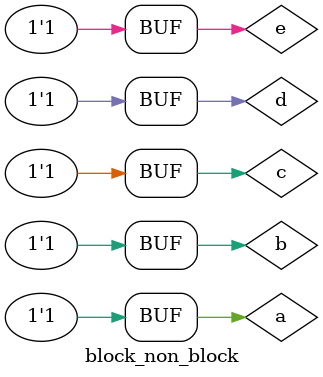
<source format=v>
module block_non_block ();
reg a,b,c,d,e;

initial begin
#10 a = 0;
#11 a = 1;
#12 a = 0;
#13 a = 1;
end
initial
begin
#10 b <= 0;
#11 b <= 1;
#12 b <= 0;
#13 b <= 1;


end
initial
begin

c = #10 0; 
c = #11 1;
c = #12 0; 
c = #13 1;


end

initial

begin

d <= #10 0;
d <= #11 1;
d <= #12 0;
d <= #13 1;

end

initial
begin

e <= 0;
e <= 1;
e <= 0;
e <= 1;
end
initial
$monitor ($time, ":a--%b, b--%b, c--%b, d--%b, e--%b",a,b,c,d,e);
endmodule 

 
</source>
